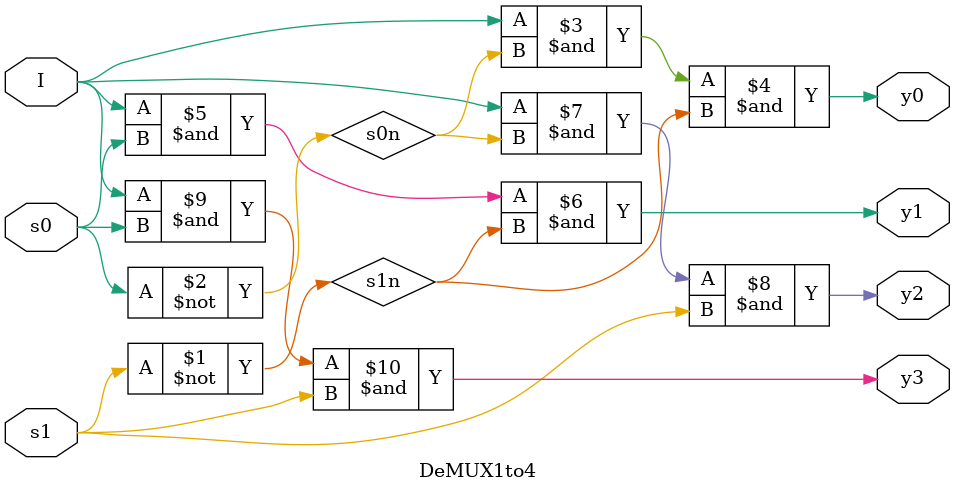
<source format=v>
`timescale 1ns / 1ps


module DeMUX1to4(y0,y1,y2,y3,s1,s0,I);
    input I,s0,s1;
    output y0,y1,y2,y3;
    assign s1n = ~ s1;
    assign s0n = ~ s0;
    assign y0 = I & s0n & s1n;
    assign y1 = I & s0 & s1n;
    assign y2 = I & s0n & s1;
    assign y3 = I & s0 & s1;
endmodule

</source>
